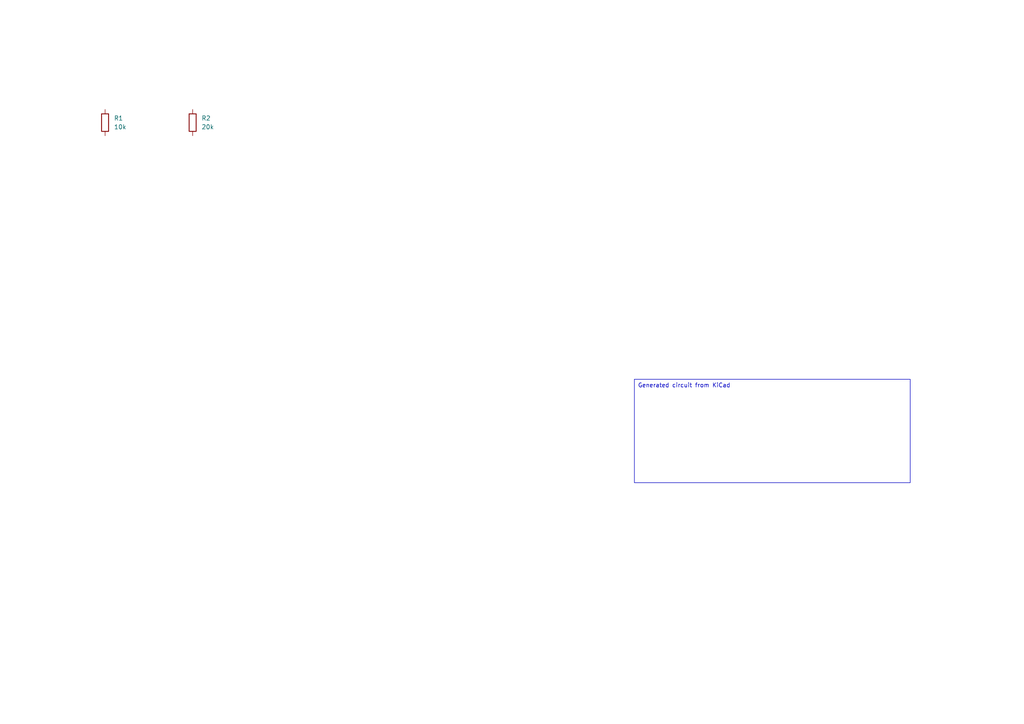
<source format=kicad_sch>
(kicad_sch (version 20250114) (generator "circuit_synth") (generator_version "0.8.36")
  (paper "A4")
  (title_block (title "single_resistor_generated"))
  (lib_symbols
    (symbol "Device:R" (pin_numbers (hide yes)) (pin_names (offset 0))
      (property "Reference" "R" (at 2.032 0 90))
      (property "Value" "R" (at 0 0 90))
      (symbol "R_0_1"
        (rectangle (start -1.016 -2.54) (end 1.016 2.54) (stroke (width 0.254)))
      )
      (symbol "R_1_1"
        (pin passive line (at 0 3.81 270) (length 1.27) (name "~") (number "1"))
        (pin passive line (at 0 -3.81 90) (length 1.27) (name "~") (number "2"))
      )
    )
  )
  (symbol (lib_id "Device:R") (at 30.48 35.56 0) (unit 1)
    (property "Reference" "R1" (at 33.02 34.2899 0) (effects (justify left)))
    (property "Value" "10k" (at 33.02 36.8299 0) (effects (justify left)))
    (property "Footprint" "Resistor_SMD:R_0603_1608Metric" (effects (hide yes)))
    (property "hierarchy_path" "/2f855786-80d7-4188-86b2-50c60c94f58b" (effects (hide yes)))
    (property "project_name" "single_resistor_generated" (effects (hide yes)))
    (property "root_uuid" "2f855786-80d7-4188-86b2-50c60c94f58b" (effects (hide yes)))
  )
  (symbol (lib_id "Device:R") (at 55.88 35.56 0) (unit 1)
    (property "Reference" "R2" (at 58.42 34.2899 0) (effects (justify left)))
    (property "Value" "20k" (at 58.42 36.8299 0) (effects (justify left)))
    (property "Footprint" "Resistor_SMD:R_0603_1608Metric" (effects (hide yes)))
    (property "hierarchy_path" "/2f855786-80d7-4188-86b2-50c60c94f58b" (effects (hide yes)))
    (property "project_name" "single_resistor_generated" (effects (hide yes)))
    (property "root_uuid" "2f855786-80d7-4188-86b2-50c60c94f58b" (effects (hide yes)))
  )
  (text_box "Generated circuit from KiCad" (at 184 110 0) (size 80 30) (margins 1 1 1 1) (effects (font (size 1.2 1.2)) (justify left top)))
)
</source>
